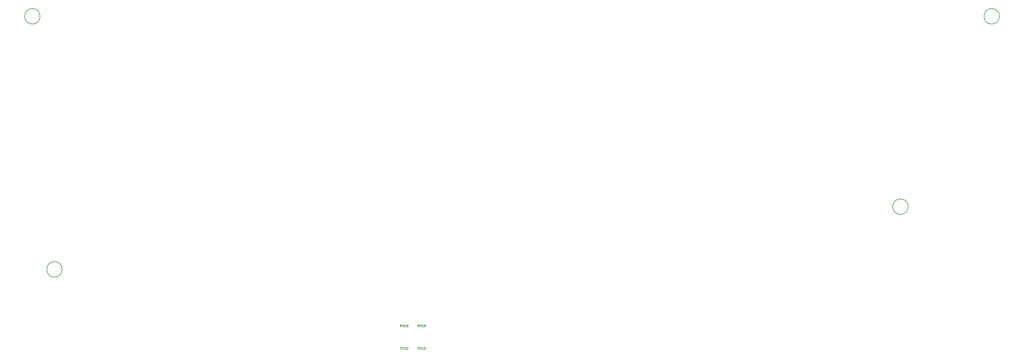
<source format=gbr>
%TF.GenerationSoftware,KiCad,Pcbnew,(6.0.11)*%
%TF.CreationDate,2023-03-27T15:54:23+07:00*%
%TF.ProjectId,Extero75,45787465-726f-4373-952e-6b696361645f,rev?*%
%TF.SameCoordinates,PX28c3da5PYc3ffc7f*%
%TF.FileFunction,Other,Comment*%
%FSLAX46Y46*%
G04 Gerber Fmt 4.6, Leading zero omitted, Abs format (unit mm)*
G04 Created by KiCad (PCBNEW (6.0.11)) date 2023-03-27 15:54:23*
%MOMM*%
%LPD*%
G01*
G04 APERTURE LIST*
%ADD10C,0.030000*%
%ADD11C,0.150000*%
G04 APERTURE END LIST*
D10*
%TO.C,SW2*%
X149035461Y22134523D02*
X149035461Y22334523D01*
X149149747Y22134523D02*
X149064032Y22248809D01*
X149149747Y22334523D02*
X149035461Y22220238D01*
X149235461Y22239285D02*
X149302127Y22239285D01*
X149330699Y22134523D02*
X149235461Y22134523D01*
X149235461Y22334523D01*
X149330699Y22334523D01*
X149416413Y22239285D02*
X149483080Y22239285D01*
X149511651Y22134523D02*
X149416413Y22134523D01*
X149416413Y22334523D01*
X149511651Y22334523D01*
X149597366Y22134523D02*
X149597366Y22334523D01*
X149673556Y22334523D01*
X149692604Y22324999D01*
X149702127Y22315476D01*
X149711651Y22296428D01*
X149711651Y22267857D01*
X149702127Y22248809D01*
X149692604Y22239285D01*
X149673556Y22229761D01*
X149597366Y22229761D01*
X149797366Y22210714D02*
X149949747Y22210714D01*
X150083080Y22334523D02*
X150121175Y22334523D01*
X150140223Y22324999D01*
X150159270Y22305952D01*
X150168794Y22267857D01*
X150168794Y22201190D01*
X150159270Y22163095D01*
X150140223Y22144047D01*
X150121175Y22134523D01*
X150083080Y22134523D01*
X150064032Y22144047D01*
X150044985Y22163095D01*
X150035461Y22201190D01*
X150035461Y22267857D01*
X150044985Y22305952D01*
X150064032Y22324999D01*
X150083080Y22334523D01*
X150254508Y22334523D02*
X150254508Y22172619D01*
X150264032Y22153571D01*
X150273556Y22144047D01*
X150292604Y22134523D01*
X150330699Y22134523D01*
X150349747Y22144047D01*
X150359270Y22153571D01*
X150368794Y22172619D01*
X150368794Y22334523D01*
X150435461Y22334523D02*
X150549747Y22334523D01*
X150492604Y22134523D02*
X150492604Y22334523D01*
X150749747Y22334523D02*
X150883080Y22334523D01*
X150749747Y22134523D01*
X150883080Y22134523D01*
X150997366Y22334523D02*
X151035461Y22334523D01*
X151054508Y22324999D01*
X151073556Y22305952D01*
X151083080Y22267857D01*
X151083080Y22201190D01*
X151073556Y22163095D01*
X151054508Y22144047D01*
X151035461Y22134523D01*
X150997366Y22134523D01*
X150978318Y22144047D01*
X150959270Y22163095D01*
X150949747Y22201190D01*
X150949747Y22267857D01*
X150959270Y22305952D01*
X150978318Y22324999D01*
X150997366Y22334523D01*
X151168794Y22134523D02*
X151168794Y22334523D01*
X151283080Y22134523D01*
X151283080Y22334523D01*
X151378318Y22239285D02*
X151444985Y22239285D01*
X151473556Y22134523D02*
X151378318Y22134523D01*
X151378318Y22334523D01*
X151473556Y22334523D01*
X149168794Y21734523D02*
X149168794Y21934523D01*
X149283080Y21734523D01*
X149283080Y21934523D01*
X149406889Y21734523D02*
X149387842Y21744047D01*
X149378318Y21753571D01*
X149368794Y21772619D01*
X149368794Y21829761D01*
X149378318Y21848809D01*
X149387842Y21858333D01*
X149406889Y21867857D01*
X149435461Y21867857D01*
X149454508Y21858333D01*
X149464032Y21848809D01*
X149473556Y21829761D01*
X149473556Y21772619D01*
X149464032Y21753571D01*
X149454508Y21744047D01*
X149435461Y21734523D01*
X149406889Y21734523D01*
X149778318Y21839285D02*
X149711651Y21839285D01*
X149711651Y21734523D02*
X149711651Y21934523D01*
X149806889Y21934523D01*
X149883080Y21753571D02*
X149892604Y21744047D01*
X149883080Y21734523D01*
X149873556Y21744047D01*
X149883080Y21753571D01*
X149883080Y21734523D01*
X150092604Y21753571D02*
X150083080Y21744047D01*
X150054508Y21734523D01*
X150035461Y21734523D01*
X150006889Y21744047D01*
X149987842Y21763095D01*
X149978318Y21782142D01*
X149968794Y21820238D01*
X149968794Y21848809D01*
X149978318Y21886904D01*
X149987842Y21905952D01*
X150006889Y21924999D01*
X150035461Y21934523D01*
X150054508Y21934523D01*
X150083080Y21924999D01*
X150092604Y21915476D01*
X150264032Y21867857D02*
X150264032Y21734523D01*
X150178318Y21867857D02*
X150178318Y21763095D01*
X150187842Y21744047D01*
X150206889Y21734523D01*
X150235461Y21734523D01*
X150254508Y21744047D01*
X150264032Y21753571D01*
X150483080Y21867857D02*
X150559270Y21867857D01*
X150511651Y21934523D02*
X150511651Y21763095D01*
X150521175Y21744047D01*
X150540223Y21734523D01*
X150559270Y21734523D01*
X150625937Y21734523D02*
X150625937Y21867857D01*
X150625937Y21829761D02*
X150635461Y21848809D01*
X150644985Y21858333D01*
X150664032Y21867857D01*
X150683080Y21867857D01*
X150835461Y21734523D02*
X150835461Y21839285D01*
X150825937Y21858333D01*
X150806889Y21867857D01*
X150768794Y21867857D01*
X150749747Y21858333D01*
X150835461Y21744047D02*
X150816413Y21734523D01*
X150768794Y21734523D01*
X150749747Y21744047D01*
X150740223Y21763095D01*
X150740223Y21782142D01*
X150749747Y21801190D01*
X150768794Y21810714D01*
X150816413Y21810714D01*
X150835461Y21820238D01*
X151016413Y21744047D02*
X150997366Y21734523D01*
X150959270Y21734523D01*
X150940223Y21744047D01*
X150930699Y21753571D01*
X150921175Y21772619D01*
X150921175Y21829761D01*
X150930699Y21848809D01*
X150940223Y21858333D01*
X150959270Y21867857D01*
X150997366Y21867857D01*
X151016413Y21858333D01*
X151102127Y21734523D02*
X151102127Y21934523D01*
X151121175Y21810714D02*
X151178318Y21734523D01*
X151178318Y21867857D02*
X151102127Y21791666D01*
X151254508Y21744047D02*
X151273556Y21734523D01*
X151311651Y21734523D01*
X151330699Y21744047D01*
X151340223Y21763095D01*
X151340223Y21772619D01*
X151330699Y21791666D01*
X151311651Y21801190D01*
X151283080Y21801190D01*
X151264032Y21810714D01*
X151254508Y21829761D01*
X151254508Y21839285D01*
X151264032Y21858333D01*
X151283080Y21867857D01*
X151311651Y21867857D01*
X151330699Y21858333D01*
X154168794Y21734523D02*
X154168794Y21934523D01*
X154283080Y21734523D01*
X154283080Y21934523D01*
X154406889Y21734523D02*
X154387842Y21744047D01*
X154378318Y21753571D01*
X154368794Y21772619D01*
X154368794Y21829761D01*
X154378318Y21848809D01*
X154387842Y21858333D01*
X154406889Y21867857D01*
X154435461Y21867857D01*
X154454508Y21858333D01*
X154464032Y21848809D01*
X154473556Y21829761D01*
X154473556Y21772619D01*
X154464032Y21753571D01*
X154454508Y21744047D01*
X154435461Y21734523D01*
X154406889Y21734523D01*
X154778318Y21839285D02*
X154711651Y21839285D01*
X154711651Y21734523D02*
X154711651Y21934523D01*
X154806889Y21934523D01*
X154883080Y21753571D02*
X154892604Y21744047D01*
X154883080Y21734523D01*
X154873556Y21744047D01*
X154883080Y21753571D01*
X154883080Y21734523D01*
X155092604Y21753571D02*
X155083080Y21744047D01*
X155054508Y21734523D01*
X155035461Y21734523D01*
X155006889Y21744047D01*
X154987842Y21763095D01*
X154978318Y21782142D01*
X154968794Y21820238D01*
X154968794Y21848809D01*
X154978318Y21886904D01*
X154987842Y21905952D01*
X155006889Y21924999D01*
X155035461Y21934523D01*
X155054508Y21934523D01*
X155083080Y21924999D01*
X155092604Y21915476D01*
X155264032Y21867857D02*
X155264032Y21734523D01*
X155178318Y21867857D02*
X155178318Y21763095D01*
X155187842Y21744047D01*
X155206889Y21734523D01*
X155235461Y21734523D01*
X155254508Y21744047D01*
X155264032Y21753571D01*
X155483080Y21867857D02*
X155559270Y21867857D01*
X155511651Y21934523D02*
X155511651Y21763095D01*
X155521175Y21744047D01*
X155540223Y21734523D01*
X155559270Y21734523D01*
X155625937Y21734523D02*
X155625937Y21867857D01*
X155625937Y21829761D02*
X155635461Y21848809D01*
X155644985Y21858333D01*
X155664032Y21867857D01*
X155683080Y21867857D01*
X155835461Y21734523D02*
X155835461Y21839285D01*
X155825937Y21858333D01*
X155806889Y21867857D01*
X155768794Y21867857D01*
X155749747Y21858333D01*
X155835461Y21744047D02*
X155816413Y21734523D01*
X155768794Y21734523D01*
X155749747Y21744047D01*
X155740223Y21763095D01*
X155740223Y21782142D01*
X155749747Y21801190D01*
X155768794Y21810714D01*
X155816413Y21810714D01*
X155835461Y21820238D01*
X156016413Y21744047D02*
X155997366Y21734523D01*
X155959270Y21734523D01*
X155940223Y21744047D01*
X155930699Y21753571D01*
X155921175Y21772619D01*
X155921175Y21829761D01*
X155930699Y21848809D01*
X155940223Y21858333D01*
X155959270Y21867857D01*
X155997366Y21867857D01*
X156016413Y21858333D01*
X156102127Y21734523D02*
X156102127Y21934523D01*
X156121175Y21810714D02*
X156178318Y21734523D01*
X156178318Y21867857D02*
X156102127Y21791666D01*
X156254508Y21744047D02*
X156273556Y21734523D01*
X156311651Y21734523D01*
X156330699Y21744047D01*
X156340223Y21763095D01*
X156340223Y21772619D01*
X156330699Y21791666D01*
X156311651Y21801190D01*
X156283080Y21801190D01*
X156264032Y21810714D01*
X156254508Y21829761D01*
X156254508Y21839285D01*
X156264032Y21858333D01*
X156283080Y21867857D01*
X156311651Y21867857D01*
X156330699Y21858333D01*
X154035461Y22134523D02*
X154035461Y22334523D01*
X154149747Y22134523D02*
X154064032Y22248809D01*
X154149747Y22334523D02*
X154035461Y22220238D01*
X154235461Y22239285D02*
X154302127Y22239285D01*
X154330699Y22134523D02*
X154235461Y22134523D01*
X154235461Y22334523D01*
X154330699Y22334523D01*
X154416413Y22239285D02*
X154483080Y22239285D01*
X154511651Y22134523D02*
X154416413Y22134523D01*
X154416413Y22334523D01*
X154511651Y22334523D01*
X154597366Y22134523D02*
X154597366Y22334523D01*
X154673556Y22334523D01*
X154692604Y22324999D01*
X154702127Y22315476D01*
X154711651Y22296428D01*
X154711651Y22267857D01*
X154702127Y22248809D01*
X154692604Y22239285D01*
X154673556Y22229761D01*
X154597366Y22229761D01*
X154797366Y22210714D02*
X154949747Y22210714D01*
X155083080Y22334523D02*
X155121175Y22334523D01*
X155140223Y22324999D01*
X155159270Y22305952D01*
X155168794Y22267857D01*
X155168794Y22201190D01*
X155159270Y22163095D01*
X155140223Y22144047D01*
X155121175Y22134523D01*
X155083080Y22134523D01*
X155064032Y22144047D01*
X155044985Y22163095D01*
X155035461Y22201190D01*
X155035461Y22267857D01*
X155044985Y22305952D01*
X155064032Y22324999D01*
X155083080Y22334523D01*
X155254508Y22334523D02*
X155254508Y22172619D01*
X155264032Y22153571D01*
X155273556Y22144047D01*
X155292604Y22134523D01*
X155330699Y22134523D01*
X155349747Y22144047D01*
X155359270Y22153571D01*
X155368794Y22172619D01*
X155368794Y22334523D01*
X155435461Y22334523D02*
X155549747Y22334523D01*
X155492604Y22134523D02*
X155492604Y22334523D01*
X155749747Y22334523D02*
X155883080Y22334523D01*
X155749747Y22134523D01*
X155883080Y22134523D01*
X155997366Y22334523D02*
X156035461Y22334523D01*
X156054508Y22324999D01*
X156073556Y22305952D01*
X156083080Y22267857D01*
X156083080Y22201190D01*
X156073556Y22163095D01*
X156054508Y22144047D01*
X156035461Y22134523D01*
X155997366Y22134523D01*
X155978318Y22144047D01*
X155959270Y22163095D01*
X155949747Y22201190D01*
X155949747Y22267857D01*
X155959270Y22305952D01*
X155978318Y22324999D01*
X155997366Y22334523D01*
X156168794Y22134523D02*
X156168794Y22334523D01*
X156283080Y22134523D01*
X156283080Y22334523D01*
X156378318Y22239285D02*
X156444985Y22239285D01*
X156473556Y22134523D02*
X156378318Y22134523D01*
X156378318Y22334523D01*
X156473556Y22334523D01*
%TO.C,SW1*%
X154168794Y15334523D02*
X154168794Y15534523D01*
X154283080Y15334523D01*
X154283080Y15534523D01*
X154406889Y15334523D02*
X154387842Y15344047D01*
X154378318Y15353571D01*
X154368794Y15372619D01*
X154368794Y15429761D01*
X154378318Y15448809D01*
X154387842Y15458333D01*
X154406889Y15467857D01*
X154435461Y15467857D01*
X154454508Y15458333D01*
X154464032Y15448809D01*
X154473556Y15429761D01*
X154473556Y15372619D01*
X154464032Y15353571D01*
X154454508Y15344047D01*
X154435461Y15334523D01*
X154406889Y15334523D01*
X154778318Y15439285D02*
X154711651Y15439285D01*
X154711651Y15334523D02*
X154711651Y15534523D01*
X154806889Y15534523D01*
X154883080Y15353571D02*
X154892604Y15344047D01*
X154883080Y15334523D01*
X154873556Y15344047D01*
X154883080Y15353571D01*
X154883080Y15334523D01*
X155092604Y15353571D02*
X155083080Y15344047D01*
X155054508Y15334523D01*
X155035461Y15334523D01*
X155006889Y15344047D01*
X154987842Y15363095D01*
X154978318Y15382142D01*
X154968794Y15420238D01*
X154968794Y15448809D01*
X154978318Y15486904D01*
X154987842Y15505952D01*
X155006889Y15524999D01*
X155035461Y15534523D01*
X155054508Y15534523D01*
X155083080Y15524999D01*
X155092604Y15515476D01*
X155264032Y15467857D02*
X155264032Y15334523D01*
X155178318Y15467857D02*
X155178318Y15363095D01*
X155187842Y15344047D01*
X155206889Y15334523D01*
X155235461Y15334523D01*
X155254508Y15344047D01*
X155264032Y15353571D01*
X155483080Y15467857D02*
X155559270Y15467857D01*
X155511651Y15534523D02*
X155511651Y15363095D01*
X155521175Y15344047D01*
X155540223Y15334523D01*
X155559270Y15334523D01*
X155625937Y15334523D02*
X155625937Y15467857D01*
X155625937Y15429761D02*
X155635461Y15448809D01*
X155644985Y15458333D01*
X155664032Y15467857D01*
X155683080Y15467857D01*
X155835461Y15334523D02*
X155835461Y15439285D01*
X155825937Y15458333D01*
X155806889Y15467857D01*
X155768794Y15467857D01*
X155749747Y15458333D01*
X155835461Y15344047D02*
X155816413Y15334523D01*
X155768794Y15334523D01*
X155749747Y15344047D01*
X155740223Y15363095D01*
X155740223Y15382142D01*
X155749747Y15401190D01*
X155768794Y15410714D01*
X155816413Y15410714D01*
X155835461Y15420238D01*
X156016413Y15344047D02*
X155997366Y15334523D01*
X155959270Y15334523D01*
X155940223Y15344047D01*
X155930699Y15353571D01*
X155921175Y15372619D01*
X155921175Y15429761D01*
X155930699Y15448809D01*
X155940223Y15458333D01*
X155959270Y15467857D01*
X155997366Y15467857D01*
X156016413Y15458333D01*
X156102127Y15334523D02*
X156102127Y15534523D01*
X156121175Y15410714D02*
X156178318Y15334523D01*
X156178318Y15467857D02*
X156102127Y15391666D01*
X156254508Y15344047D02*
X156273556Y15334523D01*
X156311651Y15334523D01*
X156330699Y15344047D01*
X156340223Y15363095D01*
X156340223Y15372619D01*
X156330699Y15391666D01*
X156311651Y15401190D01*
X156283080Y15401190D01*
X156264032Y15410714D01*
X156254508Y15429761D01*
X156254508Y15439285D01*
X156264032Y15458333D01*
X156283080Y15467857D01*
X156311651Y15467857D01*
X156330699Y15458333D01*
X149035461Y15734523D02*
X149035461Y15934523D01*
X149149747Y15734523D02*
X149064032Y15848809D01*
X149149747Y15934523D02*
X149035461Y15820238D01*
X149235461Y15839285D02*
X149302127Y15839285D01*
X149330699Y15734523D02*
X149235461Y15734523D01*
X149235461Y15934523D01*
X149330699Y15934523D01*
X149416413Y15839285D02*
X149483080Y15839285D01*
X149511651Y15734523D02*
X149416413Y15734523D01*
X149416413Y15934523D01*
X149511651Y15934523D01*
X149597366Y15734523D02*
X149597366Y15934523D01*
X149673556Y15934523D01*
X149692604Y15924999D01*
X149702127Y15915476D01*
X149711651Y15896428D01*
X149711651Y15867857D01*
X149702127Y15848809D01*
X149692604Y15839285D01*
X149673556Y15829761D01*
X149597366Y15829761D01*
X149797366Y15810714D02*
X149949747Y15810714D01*
X150083080Y15934523D02*
X150121175Y15934523D01*
X150140223Y15924999D01*
X150159270Y15905952D01*
X150168794Y15867857D01*
X150168794Y15801190D01*
X150159270Y15763095D01*
X150140223Y15744047D01*
X150121175Y15734523D01*
X150083080Y15734523D01*
X150064032Y15744047D01*
X150044985Y15763095D01*
X150035461Y15801190D01*
X150035461Y15867857D01*
X150044985Y15905952D01*
X150064032Y15924999D01*
X150083080Y15934523D01*
X150254508Y15934523D02*
X150254508Y15772619D01*
X150264032Y15753571D01*
X150273556Y15744047D01*
X150292604Y15734523D01*
X150330699Y15734523D01*
X150349747Y15744047D01*
X150359270Y15753571D01*
X150368794Y15772619D01*
X150368794Y15934523D01*
X150435461Y15934523D02*
X150549747Y15934523D01*
X150492604Y15734523D02*
X150492604Y15934523D01*
X150749747Y15934523D02*
X150883080Y15934523D01*
X150749747Y15734523D01*
X150883080Y15734523D01*
X150997366Y15934523D02*
X151035461Y15934523D01*
X151054508Y15924999D01*
X151073556Y15905952D01*
X151083080Y15867857D01*
X151083080Y15801190D01*
X151073556Y15763095D01*
X151054508Y15744047D01*
X151035461Y15734523D01*
X150997366Y15734523D01*
X150978318Y15744047D01*
X150959270Y15763095D01*
X150949747Y15801190D01*
X150949747Y15867857D01*
X150959270Y15905952D01*
X150978318Y15924999D01*
X150997366Y15934523D01*
X151168794Y15734523D02*
X151168794Y15934523D01*
X151283080Y15734523D01*
X151283080Y15934523D01*
X151378318Y15839285D02*
X151444985Y15839285D01*
X151473556Y15734523D02*
X151378318Y15734523D01*
X151378318Y15934523D01*
X151473556Y15934523D01*
X149168794Y15334523D02*
X149168794Y15534523D01*
X149283080Y15334523D01*
X149283080Y15534523D01*
X149406889Y15334523D02*
X149387842Y15344047D01*
X149378318Y15353571D01*
X149368794Y15372619D01*
X149368794Y15429761D01*
X149378318Y15448809D01*
X149387842Y15458333D01*
X149406889Y15467857D01*
X149435461Y15467857D01*
X149454508Y15458333D01*
X149464032Y15448809D01*
X149473556Y15429761D01*
X149473556Y15372619D01*
X149464032Y15353571D01*
X149454508Y15344047D01*
X149435461Y15334523D01*
X149406889Y15334523D01*
X149778318Y15439285D02*
X149711651Y15439285D01*
X149711651Y15334523D02*
X149711651Y15534523D01*
X149806889Y15534523D01*
X149883080Y15353571D02*
X149892604Y15344047D01*
X149883080Y15334523D01*
X149873556Y15344047D01*
X149883080Y15353571D01*
X149883080Y15334523D01*
X150092604Y15353571D02*
X150083080Y15344047D01*
X150054508Y15334523D01*
X150035461Y15334523D01*
X150006889Y15344047D01*
X149987842Y15363095D01*
X149978318Y15382142D01*
X149968794Y15420238D01*
X149968794Y15448809D01*
X149978318Y15486904D01*
X149987842Y15505952D01*
X150006889Y15524999D01*
X150035461Y15534523D01*
X150054508Y15534523D01*
X150083080Y15524999D01*
X150092604Y15515476D01*
X150264032Y15467857D02*
X150264032Y15334523D01*
X150178318Y15467857D02*
X150178318Y15363095D01*
X150187842Y15344047D01*
X150206889Y15334523D01*
X150235461Y15334523D01*
X150254508Y15344047D01*
X150264032Y15353571D01*
X150483080Y15467857D02*
X150559270Y15467857D01*
X150511651Y15534523D02*
X150511651Y15363095D01*
X150521175Y15344047D01*
X150540223Y15334523D01*
X150559270Y15334523D01*
X150625937Y15334523D02*
X150625937Y15467857D01*
X150625937Y15429761D02*
X150635461Y15448809D01*
X150644985Y15458333D01*
X150664032Y15467857D01*
X150683080Y15467857D01*
X150835461Y15334523D02*
X150835461Y15439285D01*
X150825937Y15458333D01*
X150806889Y15467857D01*
X150768794Y15467857D01*
X150749747Y15458333D01*
X150835461Y15344047D02*
X150816413Y15334523D01*
X150768794Y15334523D01*
X150749747Y15344047D01*
X150740223Y15363095D01*
X150740223Y15382142D01*
X150749747Y15401190D01*
X150768794Y15410714D01*
X150816413Y15410714D01*
X150835461Y15420238D01*
X151016413Y15344047D02*
X150997366Y15334523D01*
X150959270Y15334523D01*
X150940223Y15344047D01*
X150930699Y15353571D01*
X150921175Y15372619D01*
X150921175Y15429761D01*
X150930699Y15448809D01*
X150940223Y15458333D01*
X150959270Y15467857D01*
X150997366Y15467857D01*
X151016413Y15458333D01*
X151102127Y15334523D02*
X151102127Y15534523D01*
X151121175Y15410714D02*
X151178318Y15334523D01*
X151178318Y15467857D02*
X151102127Y15391666D01*
X151254508Y15344047D02*
X151273556Y15334523D01*
X151311651Y15334523D01*
X151330699Y15344047D01*
X151340223Y15363095D01*
X151340223Y15372619D01*
X151330699Y15391666D01*
X151311651Y15401190D01*
X151283080Y15401190D01*
X151264032Y15410714D01*
X151254508Y15429761D01*
X151254508Y15439285D01*
X151264032Y15458333D01*
X151283080Y15467857D01*
X151311651Y15467857D01*
X151330699Y15458333D01*
X154035461Y15734523D02*
X154035461Y15934523D01*
X154149747Y15734523D02*
X154064032Y15848809D01*
X154149747Y15934523D02*
X154035461Y15820238D01*
X154235461Y15839285D02*
X154302127Y15839285D01*
X154330699Y15734523D02*
X154235461Y15734523D01*
X154235461Y15934523D01*
X154330699Y15934523D01*
X154416413Y15839285D02*
X154483080Y15839285D01*
X154511651Y15734523D02*
X154416413Y15734523D01*
X154416413Y15934523D01*
X154511651Y15934523D01*
X154597366Y15734523D02*
X154597366Y15934523D01*
X154673556Y15934523D01*
X154692604Y15924999D01*
X154702127Y15915476D01*
X154711651Y15896428D01*
X154711651Y15867857D01*
X154702127Y15848809D01*
X154692604Y15839285D01*
X154673556Y15829761D01*
X154597366Y15829761D01*
X154797366Y15810714D02*
X154949747Y15810714D01*
X155083080Y15934523D02*
X155121175Y15934523D01*
X155140223Y15924999D01*
X155159270Y15905952D01*
X155168794Y15867857D01*
X155168794Y15801190D01*
X155159270Y15763095D01*
X155140223Y15744047D01*
X155121175Y15734523D01*
X155083080Y15734523D01*
X155064032Y15744047D01*
X155044985Y15763095D01*
X155035461Y15801190D01*
X155035461Y15867857D01*
X155044985Y15905952D01*
X155064032Y15924999D01*
X155083080Y15934523D01*
X155254508Y15934523D02*
X155254508Y15772619D01*
X155264032Y15753571D01*
X155273556Y15744047D01*
X155292604Y15734523D01*
X155330699Y15734523D01*
X155349747Y15744047D01*
X155359270Y15753571D01*
X155368794Y15772619D01*
X155368794Y15934523D01*
X155435461Y15934523D02*
X155549747Y15934523D01*
X155492604Y15734523D02*
X155492604Y15934523D01*
X155749747Y15934523D02*
X155883080Y15934523D01*
X155749747Y15734523D01*
X155883080Y15734523D01*
X155997366Y15934523D02*
X156035461Y15934523D01*
X156054508Y15924999D01*
X156073556Y15905952D01*
X156083080Y15867857D01*
X156083080Y15801190D01*
X156073556Y15763095D01*
X156054508Y15744047D01*
X156035461Y15734523D01*
X155997366Y15734523D01*
X155978318Y15744047D01*
X155959270Y15763095D01*
X155949747Y15801190D01*
X155949747Y15867857D01*
X155959270Y15905952D01*
X155978318Y15924999D01*
X155997366Y15934523D01*
X156168794Y15734523D02*
X156168794Y15934523D01*
X156283080Y15734523D01*
X156283080Y15934523D01*
X156378318Y15839285D02*
X156444985Y15839285D01*
X156473556Y15734523D02*
X156378318Y15734523D01*
X156378318Y15934523D01*
X156473556Y15934523D01*
D11*
%TO.C,H3*%
X52714747Y38159999D02*
G75*
G03*
X52714747Y38159999I-2200000J0D01*
G01*
%TO.C,H2*%
X46424747Y110339999D02*
G75*
G03*
X46424747Y110339999I-2200000J0D01*
G01*
%TO.C,H4*%
X293964747Y56059999D02*
G75*
G03*
X293964747Y56059999I-2200000J0D01*
G01*
%TO.C,H1*%
X320004747Y110339999D02*
G75*
G03*
X320004747Y110339999I-2200000J0D01*
G01*
%TD*%
M02*

</source>
